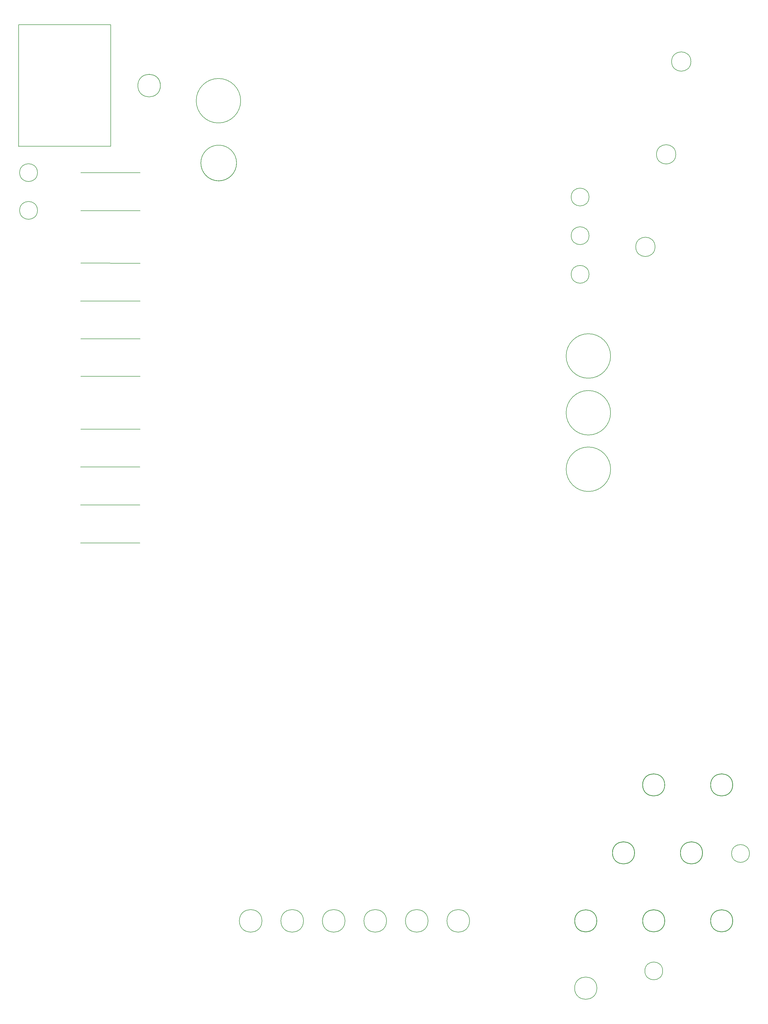
<source format=gbr>
G04 #@! TF.GenerationSoftware,KiCad,Pcbnew,(5.1.6)-1*
G04 #@! TF.CreationDate,2020-05-31T19:36:58+02:00*
G04 #@! TF.ProjectId,main,6d61696e-2e6b-4696-9361-645f70636258,rev?*
G04 #@! TF.SameCoordinates,PXfdeef668PY6350ce0*
G04 #@! TF.FileFunction,Other,ECO2*
%FSLAX46Y46*%
G04 Gerber Fmt 4.6, Leading zero omitted, Abs format (unit mm)*
G04 Created by KiCad (PCBNEW (5.1.6)-1) date 2020-05-31 19:36:58*
%MOMM*%
%LPD*%
G01*
G04 APERTURE LIST*
%ADD10C,0.200000*%
%ADD11C,0.150000*%
G04 APERTURE END LIST*
D10*
X123825001Y347218000D02*
G75*
G03*
X123825001Y347218000I-7480074J0D01*
G01*
X266529200Y117094000D02*
G75*
G03*
X266529200Y117094000I-3750000J0D01*
G01*
X289407600Y117094000D02*
G75*
G03*
X289407600Y117094000I-3750000J0D01*
G01*
X289407600Y71374000D02*
G75*
G03*
X289407600Y71374000I-3750000J0D01*
G01*
X279247600Y94234000D02*
G75*
G03*
X279247600Y94234000I-3750000J0D01*
G01*
X256378400Y94243200D02*
G75*
G03*
X256378400Y94243200I-3750000J0D01*
G01*
X266538400Y71383200D02*
G75*
G03*
X266538400Y71383200I-3750000J0D01*
G01*
X243678400Y48726400D02*
G75*
G03*
X243678400Y48726400I-3750000J0D01*
G01*
X243678400Y71364000D02*
G75*
G03*
X243678400Y71364000I-3750000J0D01*
G01*
X96806128Y352298000D02*
G75*
G03*
X96806128Y352298000I-3791328J0D01*
G01*
X122433600Y326288400D02*
G75*
G03*
X122433600Y326288400I-6000000J0D01*
G01*
X55451000Y310337200D02*
G75*
G03*
X55451000Y310337200I-3000000J0D01*
G01*
X55451000Y323037200D02*
G75*
G03*
X55451000Y323037200I-3000000J0D01*
G01*
X294995600Y94030800D02*
G75*
G03*
X294995600Y94030800I-3000000J0D01*
G01*
X80086200Y331876400D02*
X49098200Y331876400D01*
X80086200Y372821200D02*
X80086200Y331876400D01*
X49098200Y372821200D02*
X80086200Y372821200D01*
X49098200Y331851000D02*
X49098200Y372821200D01*
X89992200Y323037200D02*
X70002400Y323037200D01*
X89992200Y310261000D02*
X70002400Y310261000D01*
X89992200Y292557200D02*
X70002400Y292608000D01*
X69926200Y279831800D02*
X89992200Y279831800D01*
X70002400Y267131800D02*
X89992200Y267131800D01*
X70002400Y254482600D02*
X90043000Y254482600D01*
X90043000Y236728000D02*
X70002400Y236728000D01*
X89943200Y224001200D02*
X69943200Y224001200D01*
X69943200Y211251200D02*
X89943200Y211251200D01*
X89943200Y198501200D02*
X69943200Y198501200D01*
X248284547Y261366000D02*
G75*
G03*
X248284547Y261366000I-7480074J0D01*
G01*
X248284547Y242265427D02*
G75*
G03*
X248284547Y242265427I-7480074J0D01*
G01*
X248297474Y223266000D02*
G75*
G03*
X248297474Y223266000I-7480074J0D01*
G01*
X275310600Y360400600D02*
G75*
G03*
X275310600Y360400600I-3251200J0D01*
G01*
X270230600Y329184000D02*
G75*
G03*
X270230600Y329184000I-3251200J0D01*
G01*
X263245600Y298069000D02*
G75*
G03*
X263245600Y298069000I-3251200J0D01*
G01*
X265813800Y54533800D02*
G75*
G03*
X265813800Y54533800I-3000000J0D01*
G01*
X241029400Y314827000D02*
G75*
G03*
X241029400Y314827000I-3000000J0D01*
G01*
X241029400Y301827000D02*
G75*
G03*
X241029400Y301827000I-3000000J0D01*
G01*
X241029400Y288827000D02*
G75*
G03*
X241029400Y288827000I-3000000J0D01*
G01*
D11*
X186863463Y71365194D02*
G75*
G03*
X186863463Y71365194I-3800000J0D01*
G01*
X172893463Y71365194D02*
G75*
G03*
X172893463Y71365194I-3800000J0D01*
G01*
X130983463Y71365194D02*
G75*
G03*
X130983463Y71365194I-3800000J0D01*
G01*
X158923463Y71365194D02*
G75*
G03*
X158923463Y71365194I-3800000J0D01*
G01*
X200833463Y71365194D02*
G75*
G03*
X200833463Y71365194I-3800000J0D01*
G01*
X144953463Y71365194D02*
G75*
G03*
X144953463Y71365194I-3800000J0D01*
G01*
X266471400Y71374000D02*
G75*
G03*
X266471400Y71374000I-3683000J0D01*
G01*
X289331400Y71374000D02*
G75*
G03*
X289331400Y71374000I-3683000J0D01*
G01*
X279171400Y94234000D02*
G75*
G03*
X279171400Y94234000I-3683000J0D01*
G01*
X289331400Y117094000D02*
G75*
G03*
X289331400Y117094000I-3683000J0D01*
G01*
X266471400Y117094000D02*
G75*
G03*
X266471400Y117094000I-3683000J0D01*
G01*
X256311400Y94234000D02*
G75*
G03*
X256311400Y94234000I-3683000J0D01*
G01*
X243611400Y71374000D02*
G75*
G03*
X243611400Y71374000I-3683000J0D01*
G01*
X122452197Y326266000D02*
G75*
G03*
X122452197Y326266000I-6020797J0D01*
G01*
X96823400Y352308000D02*
G75*
G03*
X96823400Y352308000I-3800000J0D01*
G01*
M02*

</source>
